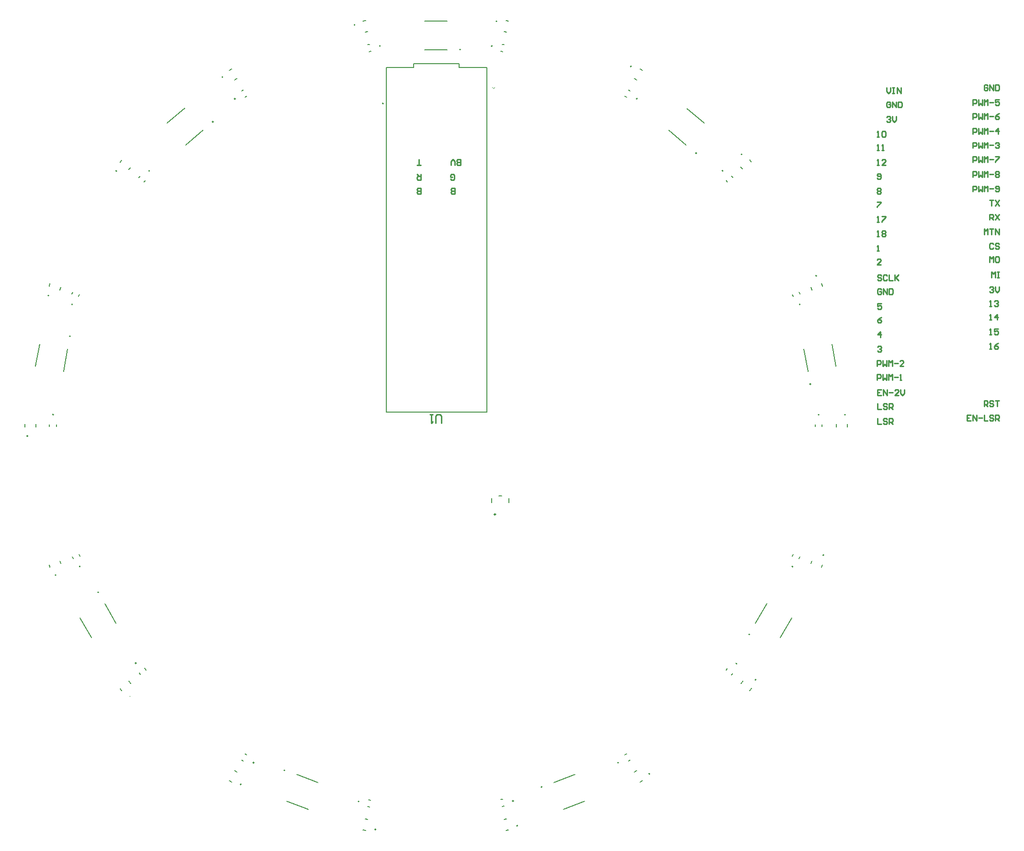
<source format=gbr>
G04*
G04 #@! TF.GenerationSoftware,Altium Limited,Altium Designer,25.4.2 (15)*
G04*
G04 Layer_Color=65535*
%FSLAX44Y44*%
%MOMM*%
G71*
G04*
G04 #@! TF.SameCoordinates,EEABE1AA-3A69-4D6F-ADE4-9D398D027295*
G04*
G04*
G04 #@! TF.FilePolarity,Positive*
G04*
G01*
G75*
%ADD10C,0.2000*%
%ADD11C,0.2500*%
%ADD12C,0.1270*%
%ADD13C,0.1000*%
%ADD14C,0.2540*%
D10*
X1007200Y1669400D02*
G03*
X1007200Y1669400I-1000J0D01*
G01*
X706587Y1636956D02*
G03*
X706587Y1636956I-1000J0D01*
G01*
X964323Y434625D02*
G03*
X964323Y434625I-1000J0D01*
G01*
X503709Y804820D02*
G03*
X503709Y804820I-1000J0D01*
G01*
X1744605Y1313970D02*
G03*
X1744605Y1313970I-1000J0D01*
G01*
X1778000Y1119060D02*
G03*
X1778000Y1119060I-1000J0D01*
G01*
X1763224Y1173085D02*
G03*
X1763224Y1173085I-1000J0D01*
G01*
X833189Y489950D02*
G03*
X833189Y489950I-1000J0D01*
G01*
X593968Y1550331D02*
G03*
X593968Y1550331I-1000J0D01*
G01*
X745494Y1677635D02*
G03*
X745494Y1677635I-1000J0D01*
G01*
X1002037Y1771009D02*
G03*
X1002037Y1771009I-1000J0D01*
G01*
X457482Y1313939D02*
G03*
X457482Y1313939I-1000J0D01*
G01*
X1237506Y435597D02*
G03*
X1237506Y435597I-1000J0D01*
G01*
X424000Y1119060D02*
G03*
X424000Y1119060I-1000J0D01*
G01*
X428469Y835318D02*
G03*
X428469Y835318I-1000J0D01*
G01*
X1773559Y1364683D02*
G03*
X1773559Y1364683I-1000J0D01*
G01*
X993955Y385229D02*
G03*
X993955Y385229I-1000J0D01*
G01*
X957123Y1808276D02*
G03*
X957123Y1808276I-1000J0D01*
G01*
X1478451Y483620D02*
G03*
X1478451Y483620I-1000J0D01*
G01*
X378476Y1081293D02*
G03*
X378476Y1081293I-1000J0D01*
G01*
X1824500Y1118700D02*
G03*
X1824500Y1118700I-1000J0D01*
G01*
X1244877Y391724D02*
G03*
X1244877Y391724I-1000J0D01*
G01*
X1666472Y649934D02*
G03*
X1666472Y649934I-1000J0D01*
G01*
X1786345Y870447D02*
G03*
X1786345Y870447I-1000J0D01*
G01*
X1641804Y1579505D02*
G03*
X1641804Y1579505I-1000J0D01*
G01*
X1446014Y1735014D02*
G03*
X1446014Y1735014I-1000J0D01*
G01*
X1208043Y1814767D02*
G03*
X1208043Y1814767I-1000J0D01*
G01*
X723555Y1716353D02*
G03*
X723555Y1716353I-1000J0D01*
G01*
X535588Y1549976D02*
G03*
X535588Y1549976I-1000J0D01*
G01*
X415771Y1329468D02*
G03*
X415771Y1329468I-1000J0D01*
G01*
X559222Y620507D02*
G03*
X559222Y620507I-644J765D01*
G01*
X755964Y464966D02*
G03*
X755964Y464966I-1000J0D01*
G01*
X1287977Y460529D02*
G03*
X1287977Y460529I-1000J0D01*
G01*
X1655277Y730323D02*
G03*
X1655277Y730323I-1000J0D01*
G01*
X1561310Y1581662D02*
G03*
X1561310Y1581662I-1000J0D01*
G01*
X1144011Y1764847D02*
G03*
X1144011Y1764847I-1000J0D01*
G01*
X453712Y1257809D02*
G03*
X453712Y1257809I-1000J0D01*
G01*
X778520Y503329D02*
G03*
X778520Y503329I-1000J0D01*
G01*
X1199947Y1770833D02*
G03*
X1199947Y1770833I-985J173D01*
G01*
X1608148Y1550428D02*
G03*
X1608148Y1550428I-1000J0D01*
G01*
X1630967Y678041D02*
G03*
X1630967Y678041I642J767D01*
G01*
X1731567Y850209D02*
G03*
X1731567Y850209I-1000J0D01*
G01*
X1456535Y1677685D02*
G03*
X1456535Y1677685I-1000J0D01*
G01*
X570115Y679416D02*
G03*
X570115Y679416I-1000J0D01*
G01*
X1423480Y503329D02*
G03*
X1423480Y503329I-1000J0D01*
G01*
X470000Y851480D02*
G03*
X470000Y851480I342J-940D01*
G01*
X1198750Y963250D02*
Y970750D01*
X1211250Y975750D02*
X1216750D01*
X1229250Y963250D02*
Y970750D01*
D11*
X1205750Y942750D02*
G03*
X1205750Y942750I-1250J0D01*
G01*
D12*
X1190100Y1123300D02*
Y1732900D01*
X1012300Y1123300D02*
X1190100D01*
X1012300D02*
Y1732900D01*
X1060900D02*
Y1739900D01*
X1141500Y1732900D02*
Y1739900D01*
X1060900D02*
X1141500D01*
X1012300Y1732900D02*
X1060900D01*
X1141500D02*
X1190100D01*
X625032Y1635025D02*
X655674Y1660737D01*
X657493Y1596340D02*
X688135Y1622051D01*
X981504Y437766D02*
X984852Y437175D01*
X979333Y425456D02*
X982682Y424865D01*
X514359Y785046D02*
X534361Y750406D01*
X470626Y759793D02*
X490628Y725153D01*
X1742408Y1335617D02*
X1743567Y1332421D01*
X1730656Y1331359D02*
X1731815Y1328162D01*
X1783250Y1098300D02*
Y1101700D01*
X1770750Y1098300D02*
Y1101700D01*
X1751097Y1235044D02*
X1758042Y1195652D01*
X1800829Y1243813D02*
X1807775Y1204420D01*
X836551Y434834D02*
X874139Y421153D01*
X853823Y482289D02*
X891411Y468608D01*
X574759Y1538563D02*
X576962Y1541154D01*
X584282Y1530466D02*
X586485Y1533057D01*
X756403Y1691728D02*
X759347Y1693428D01*
X762653Y1680903D02*
X765597Y1682603D01*
X979507Y1773559D02*
X982856Y1774149D01*
X981678Y1761249D02*
X985026Y1761840D01*
X468203Y1328188D02*
X469346Y1331390D01*
X456431Y1332389D02*
X457574Y1335591D01*
X1214978Y438162D02*
X1218327Y438750D01*
X1217140Y425851D02*
X1220489Y426438D01*
X429250Y1101700D02*
X429250Y1098300D01*
X416750Y1101700D02*
X416750Y1098300D01*
X416006Y853653D02*
X417682Y849049D01*
X434799Y860495D02*
X436475Y855890D01*
X1782326Y1350939D02*
X1783996Y1346332D01*
X1763523Y1344125D02*
X1765193Y1339518D01*
X971345Y384470D02*
X976171Y383619D01*
X974818Y404166D02*
X979644Y403316D01*
X971345Y1815530D02*
X976171Y1816380D01*
X974818Y1795833D02*
X979643Y1796684D01*
X1461364Y469171D02*
X1465611Y471615D01*
X1451389Y486505D02*
X1455635Y488949D01*
X372975Y1102443D02*
X372975Y1097543D01*
X392975Y1102445D02*
X392975Y1097544D01*
X1828000Y1102450D02*
X1828000Y1097550D01*
X1808000Y1102450D02*
X1808000Y1097550D01*
X1220357Y403316D02*
X1225182Y404166D01*
X1223829Y383619D02*
X1228655Y384470D01*
X1640012Y643660D02*
X1643157Y647418D01*
X1655351Y630825D02*
X1658495Y634583D01*
X1763526Y855904D02*
X1765208Y860506D01*
X1782310Y849037D02*
X1783993Y853639D01*
X1639376Y1557094D02*
X1642525Y1553340D01*
X1654697Y1569949D02*
X1657846Y1566196D01*
X1451400Y1713484D02*
X1455651Y1711046D01*
X1461349Y1730834D02*
X1465600Y1728396D01*
X1220358Y1796684D02*
X1225184Y1795834D01*
X1223828Y1816380D02*
X1228653Y1815530D01*
X744378Y1711055D02*
X748622Y1713505D01*
X734378Y1728375D02*
X738622Y1730825D01*
X556890Y1552616D02*
X560013Y1556392D01*
X541479Y1565365D02*
X544603Y1569141D01*
X434834Y1339558D02*
X436482Y1344172D01*
X415999Y1346285D02*
X417647Y1350899D01*
X556820Y647434D02*
X559975Y643685D01*
X541517Y634557D02*
X544672Y630808D01*
X744365Y488949D02*
X748612Y486505D01*
X734389Y471615D02*
X738636Y469171D01*
X1325747Y421111D02*
X1363335Y434792D01*
X1308475Y468566D02*
X1346062Y482247D01*
X1709313Y725048D02*
X1729313Y759689D01*
X1665579Y750298D02*
X1685579Y784939D01*
X1544420Y1660658D02*
X1575062Y1634947D01*
X1511959Y1621973D02*
X1542601Y1596261D01*
X1080061Y1815147D02*
X1120061Y1815147D01*
X1080061Y1764647D02*
X1120061Y1764647D01*
X392246Y1204549D02*
X399191Y1243941D01*
X441979Y1195781D02*
X448924Y1235173D01*
X762644Y519100D02*
X765591Y517404D01*
X756409Y508266D02*
X759356Y506570D01*
X1214975Y1761839D02*
X1218324Y1761250D01*
X1217143Y1774150D02*
X1220492Y1773560D01*
X1613494Y1533103D02*
X1615675Y1530495D01*
X1623081Y1541124D02*
X1625262Y1538517D01*
X1613494Y666897D02*
X1615675Y669504D01*
X1623081Y658876D02*
X1625262Y661483D01*
X1730658Y868660D02*
X1731825Y871853D01*
X1742398Y864368D02*
X1743565Y867561D01*
X1434417Y1682589D02*
X1437366Y1680898D01*
X1440634Y1693433D02*
X1443584Y1691742D01*
X585075Y670158D02*
X587265Y667556D01*
X575511Y662109D02*
X577701Y659508D01*
X1434409Y517404D02*
X1437356Y519100D01*
X1440644Y506570D02*
X1443591Y508266D01*
X457374Y867914D02*
X458535Y864719D01*
X469121Y872186D02*
X470283Y868991D01*
D13*
X1200000Y1698000D02*
X1202000Y1696000D01*
X1204000Y1698000D01*
D14*
X1881540Y1112537D02*
Y1102540D01*
X1888204D01*
X1898201Y1110871D02*
X1896535Y1112537D01*
X1893203D01*
X1891537Y1110871D01*
Y1109204D01*
X1893203Y1107538D01*
X1896535D01*
X1898201Y1105872D01*
Y1104206D01*
X1896535Y1102540D01*
X1893203D01*
X1891537Y1104206D01*
X1901534Y1102540D02*
Y1112537D01*
X1906532D01*
X1908198Y1110871D01*
Y1107538D01*
X1906532Y1105872D01*
X1901534D01*
X1904866D02*
X1908198Y1102540D01*
X1880540Y1610540D02*
X1883872D01*
X1882206D01*
Y1620537D01*
X1880540Y1618871D01*
X1888871D02*
X1890537Y1620537D01*
X1893869D01*
X1895535Y1618871D01*
Y1612206D01*
X1893869Y1610540D01*
X1890537D01*
X1888871Y1612206D01*
Y1618871D01*
X1880540Y1586540D02*
X1883872D01*
X1882206D01*
Y1596537D01*
X1880540Y1594871D01*
X1888871Y1586540D02*
X1892203D01*
X1890537D01*
Y1596537D01*
X1888871Y1594871D01*
X1880540Y1560540D02*
X1883872D01*
X1882206D01*
Y1570537D01*
X1880540Y1568871D01*
X1895535Y1560540D02*
X1888871D01*
X1895535Y1567204D01*
Y1568871D01*
X1893869Y1570537D01*
X1890537D01*
X1888871Y1568871D01*
X1880540Y1537206D02*
X1882206Y1535540D01*
X1885538D01*
X1887204Y1537206D01*
Y1543871D01*
X1885538Y1545537D01*
X1882206D01*
X1880540Y1543871D01*
Y1542204D01*
X1882206Y1540538D01*
X1887204D01*
X1880540Y1517871D02*
X1882206Y1519537D01*
X1885538D01*
X1887204Y1517871D01*
Y1516205D01*
X1885538Y1514538D01*
X1887204Y1512872D01*
Y1511206D01*
X1885538Y1509540D01*
X1882206D01*
X1880540Y1511206D01*
Y1512872D01*
X1882206Y1514538D01*
X1880540Y1516205D01*
Y1517871D01*
X1882206Y1514538D02*
X1885538D01*
X1880540Y1495537D02*
X1887204D01*
Y1493871D01*
X1880540Y1487206D01*
Y1485540D01*
Y1459540D02*
X1883872D01*
X1882206D01*
Y1469537D01*
X1880540Y1467871D01*
X1888871Y1469537D02*
X1895535D01*
Y1467871D01*
X1888871Y1461206D01*
Y1459540D01*
X1880540Y1434540D02*
X1883872D01*
X1882206D01*
Y1444537D01*
X1880540Y1442871D01*
X1888871D02*
X1890537Y1444537D01*
X1893869D01*
X1895535Y1442871D01*
Y1441205D01*
X1893869Y1439538D01*
X1895535Y1437872D01*
Y1436206D01*
X1893869Y1434540D01*
X1890537D01*
X1888871Y1436206D01*
Y1437872D01*
X1890537Y1439538D01*
X1888871Y1441205D01*
Y1442871D01*
X1890537Y1439538D02*
X1893869D01*
X1880540Y1408540D02*
X1883872D01*
X1882206D01*
Y1418537D01*
X1880540Y1416871D01*
X1887204Y1384540D02*
X1880540D01*
X1887204Y1391205D01*
Y1392871D01*
X1885538Y1394537D01*
X1882206D01*
X1880540Y1392871D01*
X1888204Y1364871D02*
X1886538Y1366537D01*
X1883206D01*
X1881540Y1364871D01*
Y1363204D01*
X1883206Y1361538D01*
X1886538D01*
X1888204Y1359872D01*
Y1358206D01*
X1886538Y1356540D01*
X1883206D01*
X1881540Y1358206D01*
X1898201Y1364871D02*
X1896535Y1366537D01*
X1893203D01*
X1891537Y1364871D01*
Y1358206D01*
X1893203Y1356540D01*
X1896535D01*
X1898201Y1358206D01*
X1901534Y1366537D02*
Y1356540D01*
X1908198D01*
X1911530Y1366537D02*
Y1356540D01*
Y1359872D01*
X1918195Y1366537D01*
X1913197Y1361538D01*
X1918195Y1356540D01*
X1888204Y1339871D02*
X1886538Y1341537D01*
X1883206D01*
X1881540Y1339871D01*
Y1333206D01*
X1883206Y1331540D01*
X1886538D01*
X1888204Y1333206D01*
Y1336538D01*
X1884872D01*
X1891537Y1331540D02*
Y1341537D01*
X1898201Y1331540D01*
Y1341537D01*
X1901534D02*
Y1331540D01*
X1906532D01*
X1908198Y1333206D01*
Y1339871D01*
X1906532Y1341537D01*
X1901534D01*
X1888204Y1315537D02*
X1881540D01*
Y1310538D01*
X1884872Y1312204D01*
X1886538D01*
X1888204Y1310538D01*
Y1307206D01*
X1886538Y1305540D01*
X1883206D01*
X1881540Y1307206D01*
X1888204Y1291537D02*
X1884872Y1289871D01*
X1881540Y1286538D01*
Y1283206D01*
X1883206Y1281540D01*
X1886538D01*
X1888204Y1283206D01*
Y1284872D01*
X1886538Y1286538D01*
X1881540D01*
X1886538Y1255540D02*
Y1265537D01*
X1881540Y1260538D01*
X1888204D01*
X1881540Y1238871D02*
X1883206Y1240537D01*
X1886538D01*
X1888204Y1238871D01*
Y1237205D01*
X1886538Y1235538D01*
X1884872D01*
X1886538D01*
X1888204Y1233872D01*
Y1232206D01*
X1886538Y1230540D01*
X1883206D01*
X1881540Y1232206D01*
X1880540Y1204540D02*
Y1214537D01*
X1885538D01*
X1887204Y1212871D01*
Y1209538D01*
X1885538Y1207872D01*
X1880540D01*
X1890537Y1214537D02*
Y1204540D01*
X1893869Y1207872D01*
X1897201Y1204540D01*
Y1214537D01*
X1900534Y1204540D02*
Y1214537D01*
X1903866Y1211205D01*
X1907198Y1214537D01*
Y1204540D01*
X1910530Y1209538D02*
X1917195D01*
X1927192Y1204540D02*
X1920527D01*
X1927192Y1211205D01*
Y1212871D01*
X1925526Y1214537D01*
X1922193D01*
X1920527Y1212871D01*
X1880540Y1180540D02*
Y1190537D01*
X1885538D01*
X1887204Y1188871D01*
Y1185538D01*
X1885538Y1183872D01*
X1880540D01*
X1890537Y1190537D02*
Y1180540D01*
X1893869Y1183872D01*
X1897201Y1180540D01*
Y1190537D01*
X1900534Y1180540D02*
Y1190537D01*
X1903866Y1187205D01*
X1907198Y1190537D01*
Y1180540D01*
X1910530Y1185538D02*
X1917195D01*
X1920527Y1180540D02*
X1923859D01*
X1922193D01*
Y1190537D01*
X1920527Y1188871D01*
X1888204Y1163537D02*
X1881540D01*
Y1153540D01*
X1888204D01*
X1881540Y1158538D02*
X1884872D01*
X1891537Y1153540D02*
Y1163537D01*
X1898201Y1153540D01*
Y1163537D01*
X1901534Y1158538D02*
X1908198D01*
X1918195Y1153540D02*
X1911530D01*
X1918195Y1160204D01*
Y1161871D01*
X1916529Y1163537D01*
X1913197D01*
X1911530Y1161871D01*
X1921527Y1163537D02*
Y1156872D01*
X1924859Y1153540D01*
X1928192Y1156872D01*
Y1163537D01*
X1881540Y1138537D02*
Y1128540D01*
X1888204D01*
X1898201Y1136871D02*
X1896535Y1138537D01*
X1893203D01*
X1891537Y1136871D01*
Y1135204D01*
X1893203Y1133538D01*
X1896535D01*
X1898201Y1131872D01*
Y1130206D01*
X1896535Y1128540D01*
X1893203D01*
X1891537Y1130206D01*
X1901534Y1128540D02*
Y1138537D01*
X1906532D01*
X1908198Y1136871D01*
Y1133538D01*
X1906532Y1131872D01*
X1901534D01*
X1904866D02*
X1908198Y1128540D01*
X1110157Y1104382D02*
Y1117078D01*
X1107617Y1119617D01*
X1102539D01*
X1100000Y1117078D01*
Y1104382D01*
X1094922Y1119617D02*
X1089843D01*
X1092382D01*
Y1104382D01*
X1094922Y1106922D01*
X2079540Y1235540D02*
X2082872D01*
X2081206D01*
Y1245537D01*
X2079540Y1243871D01*
X2094535Y1245537D02*
X2091203Y1243871D01*
X2087871Y1240538D01*
Y1237206D01*
X2089537Y1235540D01*
X2092869D01*
X2094535Y1237206D01*
Y1238872D01*
X2092869Y1240538D01*
X2087871D01*
X2079540Y1260540D02*
X2082872D01*
X2081206D01*
Y1270537D01*
X2079540Y1268871D01*
X2094535Y1270537D02*
X2087871D01*
Y1265538D01*
X2091203Y1267205D01*
X2092869D01*
X2094535Y1265538D01*
Y1262206D01*
X2092869Y1260540D01*
X2089537D01*
X2087871Y1262206D01*
X2079540Y1286540D02*
X2082872D01*
X2081206D01*
Y1296537D01*
X2079540Y1294871D01*
X2092869Y1286540D02*
Y1296537D01*
X2087871Y1291538D01*
X2094535D01*
X2079540Y1310540D02*
X2082872D01*
X2081206D01*
Y1320537D01*
X2079540Y1318871D01*
X2087871D02*
X2089537Y1320537D01*
X2092869D01*
X2094535Y1318871D01*
Y1317204D01*
X2092869Y1315538D01*
X2091203D01*
X2092869D01*
X2094535Y1313872D01*
Y1312206D01*
X2092869Y1310540D01*
X2089537D01*
X2087871Y1312206D01*
X2079540Y1343871D02*
X2081206Y1345537D01*
X2084538D01*
X2086205Y1343871D01*
Y1342204D01*
X2084538Y1340538D01*
X2082872D01*
X2084538D01*
X2086205Y1338872D01*
Y1337206D01*
X2084538Y1335540D01*
X2081206D01*
X2079540Y1337206D01*
X2089537Y1345537D02*
Y1338872D01*
X2092869Y1335540D01*
X2096201Y1338872D01*
Y1345537D01*
X2069540Y1437540D02*
Y1447537D01*
X2072872Y1444205D01*
X2076205Y1447537D01*
Y1437540D01*
X2079537Y1447537D02*
X2086201D01*
X2082869D01*
Y1437540D01*
X2089534D02*
Y1447537D01*
X2096198Y1437540D01*
Y1447537D01*
X2069540Y1133540D02*
Y1143537D01*
X2074538D01*
X2076205Y1141871D01*
Y1138538D01*
X2074538Y1136872D01*
X2069540D01*
X2072872D02*
X2076205Y1133540D01*
X2086201Y1141871D02*
X2084535Y1143537D01*
X2081203D01*
X2079537Y1141871D01*
Y1140204D01*
X2081203Y1138538D01*
X2084535D01*
X2086201Y1136872D01*
Y1135206D01*
X2084535Y1133540D01*
X2081203D01*
X2079537Y1135206D01*
X2089534Y1143537D02*
X2096198D01*
X2092866D01*
Y1133540D01*
X2046205Y1118537D02*
X2039540D01*
Y1108540D01*
X2046205D01*
X2039540Y1113538D02*
X2042872D01*
X2049537Y1108540D02*
Y1118537D01*
X2056201Y1108540D01*
Y1118537D01*
X2059534Y1113538D02*
X2066198D01*
X2069530Y1118537D02*
Y1108540D01*
X2076195D01*
X2086192Y1116871D02*
X2084525Y1118537D01*
X2081193D01*
X2079527Y1116871D01*
Y1115204D01*
X2081193Y1113538D01*
X2084525D01*
X2086192Y1111872D01*
Y1110206D01*
X2084525Y1108540D01*
X2081193D01*
X2079527Y1110206D01*
X2089524Y1108540D02*
Y1118537D01*
X2094522D01*
X2096188Y1116871D01*
Y1113538D01*
X2094522Y1111872D01*
X2089524D01*
X2092856D02*
X2096188Y1108540D01*
X2049540Y1513540D02*
Y1523537D01*
X2054538D01*
X2056205Y1521871D01*
Y1518538D01*
X2054538Y1516872D01*
X2049540D01*
X2059537Y1523537D02*
Y1513540D01*
X2062869Y1516872D01*
X2066201Y1513540D01*
Y1523537D01*
X2069534Y1513540D02*
Y1523537D01*
X2072866Y1520204D01*
X2076198Y1523537D01*
Y1513540D01*
X2079530Y1518538D02*
X2086195D01*
X2089527Y1515206D02*
X2091193Y1513540D01*
X2094525D01*
X2096192Y1515206D01*
Y1521871D01*
X2094525Y1523537D01*
X2091193D01*
X2089527Y1521871D01*
Y1520204D01*
X2091193Y1518538D01*
X2096192D01*
X2049540Y1539540D02*
Y1549537D01*
X2054538D01*
X2056205Y1547871D01*
Y1544538D01*
X2054538Y1542872D01*
X2049540D01*
X2059537Y1549537D02*
Y1539540D01*
X2062869Y1542872D01*
X2066201Y1539540D01*
Y1549537D01*
X2069534Y1539540D02*
Y1549537D01*
X2072866Y1546205D01*
X2076198Y1549537D01*
Y1539540D01*
X2079530Y1544538D02*
X2086195D01*
X2089527Y1547871D02*
X2091193Y1549537D01*
X2094525D01*
X2096192Y1547871D01*
Y1546205D01*
X2094525Y1544538D01*
X2096192Y1542872D01*
Y1541206D01*
X2094525Y1539540D01*
X2091193D01*
X2089527Y1541206D01*
Y1542872D01*
X2091193Y1544538D01*
X2089527Y1546205D01*
Y1547871D01*
X2091193Y1544538D02*
X2094525D01*
X2049540Y1565540D02*
Y1575537D01*
X2054538D01*
X2056205Y1573871D01*
Y1570538D01*
X2054538Y1568872D01*
X2049540D01*
X2059537Y1575537D02*
Y1565540D01*
X2062869Y1568872D01*
X2066201Y1565540D01*
Y1575537D01*
X2069534Y1565540D02*
Y1575537D01*
X2072866Y1572204D01*
X2076198Y1575537D01*
Y1565540D01*
X2079530Y1570538D02*
X2086195D01*
X2089527Y1575537D02*
X2096192D01*
Y1573871D01*
X2089527Y1567206D01*
Y1565540D01*
X2049540Y1590540D02*
Y1600537D01*
X2054538D01*
X2056205Y1598871D01*
Y1595538D01*
X2054538Y1593872D01*
X2049540D01*
X2059537Y1600537D02*
Y1590540D01*
X2062869Y1593872D01*
X2066201Y1590540D01*
Y1600537D01*
X2069534Y1590540D02*
Y1600537D01*
X2072866Y1597204D01*
X2076198Y1600537D01*
Y1590540D01*
X2079530Y1595538D02*
X2086195D01*
X2089527Y1598871D02*
X2091193Y1600537D01*
X2094525D01*
X2096192Y1598871D01*
Y1597204D01*
X2094525Y1595538D01*
X2092859D01*
X2094525D01*
X2096192Y1593872D01*
Y1592206D01*
X2094525Y1590540D01*
X2091193D01*
X2089527Y1592206D01*
X2049540Y1615540D02*
Y1625537D01*
X2054538D01*
X2056205Y1623871D01*
Y1620538D01*
X2054538Y1618872D01*
X2049540D01*
X2059537Y1625537D02*
Y1615540D01*
X2062869Y1618872D01*
X2066201Y1615540D01*
Y1625537D01*
X2069534Y1615540D02*
Y1625537D01*
X2072866Y1622204D01*
X2076198Y1625537D01*
Y1615540D01*
X2079530Y1620538D02*
X2086195D01*
X2094525Y1615540D02*
Y1625537D01*
X2089527Y1620538D01*
X2096192D01*
X2049540Y1641540D02*
Y1651537D01*
X2054538D01*
X2056205Y1649871D01*
Y1646538D01*
X2054538Y1644872D01*
X2049540D01*
X2059537Y1651537D02*
Y1641540D01*
X2062869Y1644872D01*
X2066201Y1641540D01*
Y1651537D01*
X2069534Y1641540D02*
Y1651537D01*
X2072866Y1648204D01*
X2076198Y1651537D01*
Y1641540D01*
X2079530Y1646538D02*
X2086195D01*
X2096192Y1651537D02*
X2092859Y1649871D01*
X2089527Y1646538D01*
Y1643206D01*
X2091193Y1641540D01*
X2094525D01*
X2096192Y1643206D01*
Y1644872D01*
X2094525Y1646538D01*
X2089527D01*
X2049540Y1666540D02*
Y1676537D01*
X2054538D01*
X2056205Y1674871D01*
Y1671538D01*
X2054538Y1669872D01*
X2049540D01*
X2059537Y1676537D02*
Y1666540D01*
X2062869Y1669872D01*
X2066201Y1666540D01*
Y1676537D01*
X2069534Y1666540D02*
Y1676537D01*
X2072866Y1673204D01*
X2076198Y1676537D01*
Y1666540D01*
X2079530Y1671538D02*
X2086195D01*
X2096192Y1676537D02*
X2089527D01*
Y1671538D01*
X2092859Y1673204D01*
X2094525D01*
X2096192Y1671538D01*
Y1668206D01*
X2094525Y1666540D01*
X2091193D01*
X2089527Y1668206D01*
X2082540Y1361540D02*
Y1371537D01*
X2085872Y1368204D01*
X2089205Y1371537D01*
Y1361540D01*
X2092537Y1371537D02*
X2095869D01*
X2094203D01*
Y1361540D01*
X2092537D01*
X2095869D01*
X2079540Y1388540D02*
Y1398537D01*
X2082872Y1395204D01*
X2086205Y1398537D01*
Y1388540D01*
X2094535Y1398537D02*
X2091203D01*
X2089537Y1396871D01*
Y1390206D01*
X2091203Y1388540D01*
X2094535D01*
X2096201Y1390206D01*
Y1396871D01*
X2094535Y1398537D01*
X2086205Y1420871D02*
X2084538Y1422537D01*
X2081206D01*
X2079540Y1420871D01*
Y1414206D01*
X2081206Y1412540D01*
X2084538D01*
X2086205Y1414206D01*
X2096201Y1420871D02*
X2094535Y1422537D01*
X2091203D01*
X2089537Y1420871D01*
Y1419205D01*
X2091203Y1417538D01*
X2094535D01*
X2096201Y1415872D01*
Y1414206D01*
X2094535Y1412540D01*
X2091203D01*
X2089537Y1414206D01*
X1897540Y1644871D02*
X1899206Y1646537D01*
X1902538D01*
X1904205Y1644871D01*
Y1643204D01*
X1902538Y1641538D01*
X1900872D01*
X1902538D01*
X1904205Y1639872D01*
Y1638206D01*
X1902538Y1636540D01*
X1899206D01*
X1897540Y1638206D01*
X1907537Y1646537D02*
Y1639872D01*
X1910869Y1636540D01*
X1914201Y1639872D01*
Y1646537D01*
X1904205Y1670871D02*
X1902538Y1672537D01*
X1899206D01*
X1897540Y1670871D01*
Y1664206D01*
X1899206Y1662540D01*
X1902538D01*
X1904205Y1664206D01*
Y1667538D01*
X1900872D01*
X1907537Y1662540D02*
Y1672537D01*
X1914201Y1662540D01*
Y1672537D01*
X1917534D02*
Y1662540D01*
X1922532D01*
X1924198Y1664206D01*
Y1670871D01*
X1922532Y1672537D01*
X1917534D01*
X1897540Y1697537D02*
Y1690872D01*
X1900872Y1687540D01*
X1904205Y1690872D01*
Y1697537D01*
X1907537D02*
X1910869D01*
X1909203D01*
Y1687540D01*
X1907537D01*
X1910869D01*
X1915867D02*
Y1697537D01*
X1922532Y1687540D01*
Y1697537D01*
X2076205Y1700871D02*
X2074538Y1702537D01*
X2071206D01*
X2069540Y1700871D01*
Y1694206D01*
X2071206Y1692540D01*
X2074538D01*
X2076205Y1694206D01*
Y1697538D01*
X2072872D01*
X2079537Y1692540D02*
Y1702537D01*
X2086201Y1692540D01*
Y1702537D01*
X2089534D02*
Y1692540D01*
X2094532D01*
X2096198Y1694206D01*
Y1700871D01*
X2094532Y1702537D01*
X2089534D01*
X2079540Y1463540D02*
Y1473537D01*
X2084538D01*
X2086205Y1471871D01*
Y1468538D01*
X2084538Y1466872D01*
X2079540D01*
X2082872D02*
X2086205Y1463540D01*
X2089537Y1473537D02*
X2096201Y1463540D01*
Y1473537D02*
X2089537Y1463540D01*
X2079540Y1498537D02*
X2086205D01*
X2082872D01*
Y1488540D01*
X2089537Y1498537D02*
X2096201Y1488540D01*
Y1498537D02*
X2089537Y1488540D01*
X1125795Y1536129D02*
X1127462Y1534463D01*
X1130794D01*
X1132460Y1536129D01*
Y1542794D01*
X1130794Y1544460D01*
X1127462D01*
X1125795Y1542794D01*
Y1539462D01*
X1129128D01*
X1073460Y1560463D02*
X1066796D01*
X1070128D01*
Y1570460D01*
X1133460Y1509463D02*
Y1519460D01*
X1128462D01*
X1126795Y1517794D01*
Y1516128D01*
X1128462Y1514462D01*
X1133460D01*
X1128462D01*
X1126795Y1512796D01*
Y1511129D01*
X1128462Y1509463D01*
X1133460D01*
X1073460D02*
Y1519460D01*
X1068462D01*
X1066796Y1517794D01*
Y1516128D01*
X1068462Y1514462D01*
X1073460D01*
X1068462D01*
X1066796Y1512796D01*
Y1511129D01*
X1068462Y1509463D01*
X1073460D01*
Y1544460D02*
Y1534463D01*
X1068462D01*
X1066796Y1536129D01*
Y1539462D01*
X1068462Y1541128D01*
X1073460D01*
X1070128D02*
X1066796Y1544460D01*
X1143460Y1560463D02*
Y1570460D01*
X1138462D01*
X1136796Y1568794D01*
Y1567128D01*
X1138462Y1565462D01*
X1143460D01*
X1138462D01*
X1136796Y1563795D01*
Y1562129D01*
X1138462Y1560463D01*
X1143460D01*
X1133463D02*
Y1567128D01*
X1130131Y1570460D01*
X1126799Y1567128D01*
Y1560463D01*
M02*

</source>
